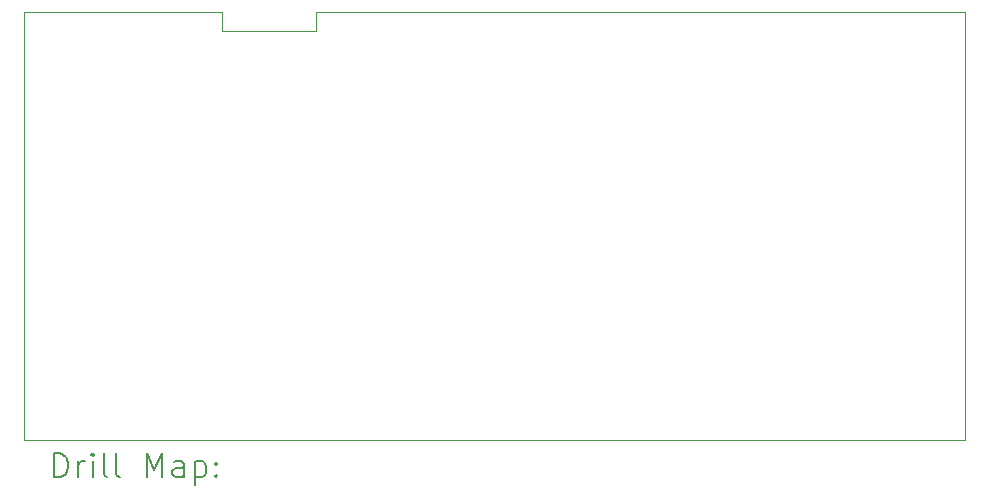
<source format=gbr>
%TF.GenerationSoftware,KiCad,Pcbnew,7.0.11*%
%TF.CreationDate,2024-12-08T19:05:54-06:00*%
%TF.ProjectId,WiRSa,57695253-612e-46b6-9963-61645f706362,rev?*%
%TF.SameCoordinates,Original*%
%TF.FileFunction,Drillmap*%
%TF.FilePolarity,Positive*%
%FSLAX45Y45*%
G04 Gerber Fmt 4.5, Leading zero omitted, Abs format (unit mm)*
G04 Created by KiCad (PCBNEW 7.0.11) date 2024-12-08 19:05:54*
%MOMM*%
%LPD*%
G01*
G04 APERTURE LIST*
%ADD10C,0.050000*%
%ADD11C,0.200000*%
G04 APERTURE END LIST*
D10*
X12549200Y-7347200D02*
X12549200Y-10974000D01*
X7061200Y-7347200D02*
X12549200Y-7347200D01*
X6261100Y-7347200D02*
X6261100Y-7512800D01*
X12549200Y-10974000D02*
X4584700Y-10974000D01*
X4584700Y-7347200D02*
X6261100Y-7347200D01*
X7061200Y-7512800D02*
X7061200Y-7347200D01*
X6261100Y-7512800D02*
X7061200Y-7512800D01*
X4584700Y-10974000D02*
X4584700Y-7347200D01*
D11*
X4842977Y-11287984D02*
X4842977Y-11087984D01*
X4842977Y-11087984D02*
X4890596Y-11087984D01*
X4890596Y-11087984D02*
X4919167Y-11097508D01*
X4919167Y-11097508D02*
X4938215Y-11116555D01*
X4938215Y-11116555D02*
X4947739Y-11135603D01*
X4947739Y-11135603D02*
X4957263Y-11173698D01*
X4957263Y-11173698D02*
X4957263Y-11202269D01*
X4957263Y-11202269D02*
X4947739Y-11240365D01*
X4947739Y-11240365D02*
X4938215Y-11259412D01*
X4938215Y-11259412D02*
X4919167Y-11278460D01*
X4919167Y-11278460D02*
X4890596Y-11287984D01*
X4890596Y-11287984D02*
X4842977Y-11287984D01*
X5042977Y-11287984D02*
X5042977Y-11154650D01*
X5042977Y-11192746D02*
X5052501Y-11173698D01*
X5052501Y-11173698D02*
X5062024Y-11164174D01*
X5062024Y-11164174D02*
X5081072Y-11154650D01*
X5081072Y-11154650D02*
X5100120Y-11154650D01*
X5166786Y-11287984D02*
X5166786Y-11154650D01*
X5166786Y-11087984D02*
X5157263Y-11097508D01*
X5157263Y-11097508D02*
X5166786Y-11107031D01*
X5166786Y-11107031D02*
X5176310Y-11097508D01*
X5176310Y-11097508D02*
X5166786Y-11087984D01*
X5166786Y-11087984D02*
X5166786Y-11107031D01*
X5290596Y-11287984D02*
X5271548Y-11278460D01*
X5271548Y-11278460D02*
X5262024Y-11259412D01*
X5262024Y-11259412D02*
X5262024Y-11087984D01*
X5395358Y-11287984D02*
X5376310Y-11278460D01*
X5376310Y-11278460D02*
X5366786Y-11259412D01*
X5366786Y-11259412D02*
X5366786Y-11087984D01*
X5623929Y-11287984D02*
X5623929Y-11087984D01*
X5623929Y-11087984D02*
X5690596Y-11230841D01*
X5690596Y-11230841D02*
X5757262Y-11087984D01*
X5757262Y-11087984D02*
X5757262Y-11287984D01*
X5938215Y-11287984D02*
X5938215Y-11183222D01*
X5938215Y-11183222D02*
X5928691Y-11164174D01*
X5928691Y-11164174D02*
X5909643Y-11154650D01*
X5909643Y-11154650D02*
X5871548Y-11154650D01*
X5871548Y-11154650D02*
X5852501Y-11164174D01*
X5938215Y-11278460D02*
X5919167Y-11287984D01*
X5919167Y-11287984D02*
X5871548Y-11287984D01*
X5871548Y-11287984D02*
X5852501Y-11278460D01*
X5852501Y-11278460D02*
X5842977Y-11259412D01*
X5842977Y-11259412D02*
X5842977Y-11240365D01*
X5842977Y-11240365D02*
X5852501Y-11221317D01*
X5852501Y-11221317D02*
X5871548Y-11211793D01*
X5871548Y-11211793D02*
X5919167Y-11211793D01*
X5919167Y-11211793D02*
X5938215Y-11202269D01*
X6033453Y-11154650D02*
X6033453Y-11354650D01*
X6033453Y-11164174D02*
X6052501Y-11154650D01*
X6052501Y-11154650D02*
X6090596Y-11154650D01*
X6090596Y-11154650D02*
X6109643Y-11164174D01*
X6109643Y-11164174D02*
X6119167Y-11173698D01*
X6119167Y-11173698D02*
X6128691Y-11192746D01*
X6128691Y-11192746D02*
X6128691Y-11249888D01*
X6128691Y-11249888D02*
X6119167Y-11268936D01*
X6119167Y-11268936D02*
X6109643Y-11278460D01*
X6109643Y-11278460D02*
X6090596Y-11287984D01*
X6090596Y-11287984D02*
X6052501Y-11287984D01*
X6052501Y-11287984D02*
X6033453Y-11278460D01*
X6214405Y-11268936D02*
X6223929Y-11278460D01*
X6223929Y-11278460D02*
X6214405Y-11287984D01*
X6214405Y-11287984D02*
X6204882Y-11278460D01*
X6204882Y-11278460D02*
X6214405Y-11268936D01*
X6214405Y-11268936D02*
X6214405Y-11287984D01*
X6214405Y-11164174D02*
X6223929Y-11173698D01*
X6223929Y-11173698D02*
X6214405Y-11183222D01*
X6214405Y-11183222D02*
X6204882Y-11173698D01*
X6204882Y-11173698D02*
X6214405Y-11164174D01*
X6214405Y-11164174D02*
X6214405Y-11183222D01*
M02*

</source>
